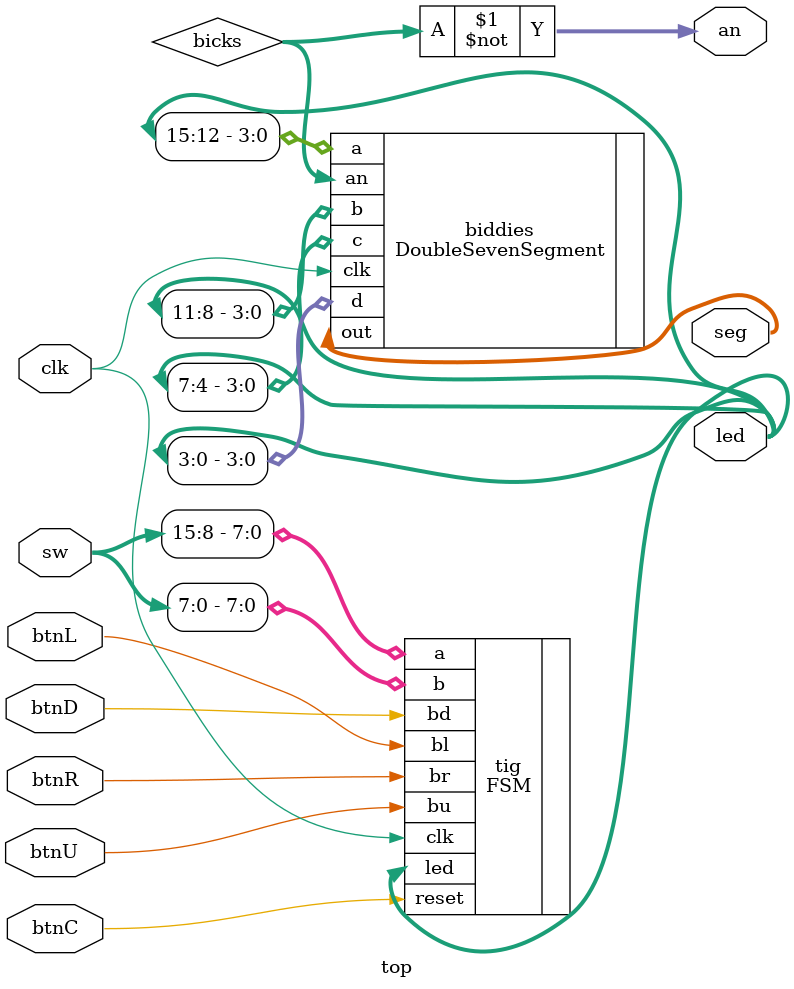
<source format=v>
`timescale 1ns / 1ps


module top(
output[15:0]led,
    input [15:0]sw,
    output[6:0]seg,
    input btnC, btnU, btnL, btnR, btnD,
    output [3:0] an,
    input clk
    );

    wire [3:0] bicks;
    assign an = ~bicks;

    FSM tig (.bu(btnU),.br(btnR),.bl(btnL),.bd(btnD),
             .reset(btnC),.a(sw[15:8]),.b(sw[7:0]),.clk(clk),.led(led));

    DoubleSevenSegment biddies (.clk(clk),.a(led[15:12]),.b(led[11:8]),.c(led[7:4]),.d(led[3:0]), .an(bicks), .out(seg));

endmodule

</source>
